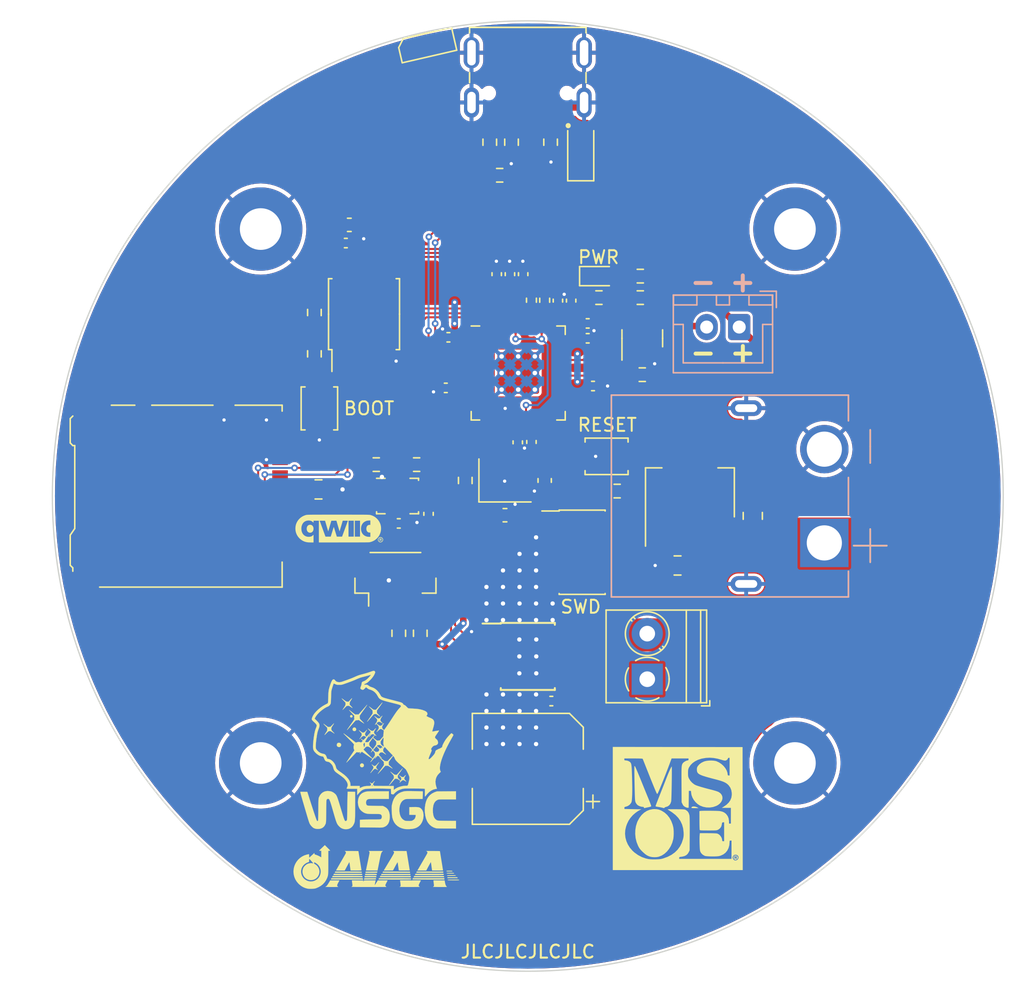
<source format=kicad_pcb>
(kicad_pcb (version 20211014) (generator pcbnew)
  (layers (0 "F.Cu" signal "Front") (31 "B.Cu" signal "Back") (34 "B.Paste" user) (35 "F.Paste" user) (36 "B.SilkS" user "B.Silkscreen") (37 "F.SilkS" user "F.Silkscreen") (38 "B.Mask" user) (39 "F.Mask" user) (44 "Edge.Cuts" user))
  (net 0 "")
  (net 1 "GND")
  (net 2 "+1V1")
  (net 3 "+3V3")
  (net 4 "VCC")
  (net 5 "Net-(C6-Pad2)")
  (net 6 "Net-(C5-Pad2)")
  (net 7 "VBUS")
  (net 8 "Net-(D2-Pad2)")
  (net 9 "/RGB_DIN")
  (net 10 "Net-(J2-Pad2)")
  (net 11 "Net-(J2-Pad4)")
  (net 14 "/~{RESET}")
  (net 16 "Net-(J1-PadA5)")
  (net 17 "/D+")
  (net 18 "/D-")
  (net 20 "Net-(J1-PadB5)")
  (net 22 "/I2C0_SDA")
  (net 23 "/I2C0_SCL")
  (net 24 "/SDIO_DAT3")
  (net 25 "/SDIO_CMD")
  (net 26 "/SDIO_CLK")
  (net 27 "/SDIO_DAT0")
  (net 28 "/I2C1_SDA")
  (net 29 "/I2C1_SCL")
  (net 30 "/SIREN")
  (net 31 "Net-(R8-Pad2)")
  (net 32 "Net-(R6-Pad2)")
  (net 33 "/BATT_ADC")
  (net 34 "/USB_DET")
  (net 35 "/USB+")
  (net 36 "/USB-")
  (net 39 "/MOTOR_PWM2")
  (net 40 "/MOTOR_PWM1")
  (net 42 "/IMU_INT")
  (net 53 "/SD_DET")
  (net 54 "Net-(J5-Pad2)")
  (net 55 "Net-(J7-Pad1)")
  (net 56 "Net-(J7-Pad2)")
  (net 58 "Net-(R7-Pad2)")
  (net 59 "Net-(U1-Pad2)")
  (net 60 "Net-(U1-Pad3)")
  (net 61 "Net-(U1-Pad5)")
  (net 62 "Net-(U1-Pad6)")
  (net 63 "Net-(U1-Pad7)")
  (footprint "Capacitor_SMD:C_0603_1608Metric" (layer "F.Cu") (at 153.69574 100.40476 90)
    (fp_text reference "C6")
    (fp_text value "27pF")
  )
  (footprint "Capacitor_SMD:C_0402_1005Metric" (layer "F.Cu") (at 157.4064 93.14976)
    (fp_text reference "C13")
    (fp_text value "100nF")
  )
  (footprint "Package_SO:Texas_HTSOP-8-1EP_3.9x4.9mm_P1.27mm_EP2.95x4.9mm_Mask2.4x3.1mm_ThermalVias" (layer "F.Cu") (at 152.4 113.919)
    (fp_text reference "U4")
    (fp_text value "DRV8870DDA")
  )
  (footprint "Package_TO_SOT_SMD:SOT-223-3_TabPin2" (layer "F.Cu") (at 164.846 101.346 90)
    (fp_text reference "U3")
    (fp_text value "NCP1117-3.3")
  )
  (footprint "Connector_Card:microSD_HC_Hirose_DM3AT-SF-PEJM5" (layer "F.Cu") (at 125.655 101.6 -90)
    (fp_text reference "J6")
    (fp_text value "DM3AT-SF-PEJM5")
  )
  (footprint "Resistor_SMD:R_0603_1608Metric" (layer "F.Cu") (at 161.1884 92.2782)
    (fp_text reference "R16")
    (fp_text value "10KΩ")
  )
  (footprint "Capacitor_SMD:C_0402_1005Metric" (layer "F.Cu") (at 150.01274 84.55776 90)
    (fp_text reference "C7")
    (fp_text value "100nF")
  )
  (footprint "SK6812B:SK6812B_Side" (layer "F.Cu") (at 144.717887 67.255817 -167)
    (fp_text reference "D3")
    (fp_text value "SK6812BSIDE")
  )
  (footprint "Diode_SMD:D_SOD-123F" (layer "F.Cu") (at 156.464 75.187 90)
    (fp_text reference "D1")
    (fp_text value "MBR120")
  )
  (footprint "Resistor_SMD:R_0603_1608Metric" (layer "F.Cu") (at 142.494 112.141 90)
    (fp_text reference "R12")
    (fp_text value "2.2KΩ")
  )
  (footprint "Resistor_SMD:R_0603_1608Metric" (layer "F.Cu") (at 161.036 84.709 180)
    (fp_text reference "R14")
    (fp_text value "47KΩ")
  )
  (footprint "DX07S016JA1R1500:DX07S016JA1R1500" (layer "F.Cu") (at 152.4 70.6505 180)
    (fp_text reference "J1")
    (fp_text value "DX07S016JA1R1500")
  )
  (footprint "Resistor_SMD:R_0603_1608Metric" (layer "F.Cu") (at 157.861 86.36)
    (fp_text reference "R9")
    (fp_text value "150Ω")
  )
  (footprint "Button_Switch_SMD:SW_SPST_B3U-1000P" (layer "F.Cu") (at 136.398 94.869 90)
    (fp_text reference "SW2")
    (fp_text value "BOOT")
  )
  (footprint "Silkscreen:AIAA" (layer "F.Cu") (at 140.9 130.1)
    (fp_text reference "G***" hide)
    (fp_text value "LOGO" hide)
  )
  (footprint "TerminalBlock_Phoenix:TerminalBlock_Phoenix_PT-1,5-2-3.5-H_1x02_P3.50mm_Horizontal" (layer "F.Cu") (at 161.544 113.919 90)
    (fp_text reference "J7")
    (fp_text value "XD-3420")
  )
  (footprint "Silkscreen:WSGC" (layer "F.Cu") (at 140.9 121.1)
    (fp_text reference "G***" hide)
    (fp_text value "LOGO" hide)
  )
  (footprint "Capacitor_SMD:C_0402_1005Metric" (layer "F.Cu") (at 151.02874 84.55776 90)
    (fp_text reference "C17")
    (fp_text value "100nF")
  )
  (footprint "Connector_PinHeader_1.27mm:PinHeader_2x05_P1.27mm_Vertical_SMD" (layer "F.Cu") (at 156.571684 105.918)
    (fp_text reference "J2")
    (fp_text value "SWD")
  )
  (footprint "Capacitor_SMD:C_0805_2012Metric" (layer "F.Cu") (at 136.332 101.092)
    (fp_text reference "C23")
    (fp_text value "10uF")
  )
  (footprint "Capacitor_SMD:C_0402_1005Metric" (layer "F.Cu") (at 152.04474 84.55776 90)
    (fp_text reference "C18")
    (fp_text value "100nF")
  )
  (footprint "Capacitor_SMD:C_0402_1005Metric" (layer "F.Cu") (at 154.71174 86.58976 90)
    (fp_text reference "C1")
    (fp_text value "1uF")
  )
  (footprint "Resistor_SMD:R_0402_1005Metric" (layer "F.Cu") (at 153.69574 86.56176 90)
    (fp_text reference "R10")
    (fp_text value "27Ω")
  )
  (footprint "Resistor_SMD:R_0402_1005Metric" (layer "F.Cu") (at 152.67974 86.55976 90)
    (fp_text reference "R11")
    (fp_text value "27Ω")
  )
  (footprint "Package_SO:SOIC-8_5.23x5.23mm_P1.27mm" (layer "F.Cu") (at 139.827 87.63 90)
    (fp_text reference "U1")
    (fp_text value "W25Q128JVS")
  )
  (footprint "Resistor_SMD:R_0603_1608Metric" (layer "F.Cu") (at 151.15 74.422 -90)
    (fp_text reference "R3")
    (fp_text value "5.1KΩ")
  )
  (footprint "Resistor_SMD:R_0603_1608Metric" (layer "F.Cu") (at 136.017 90.678 -90)
    (fp_text reference "R8")
    (fp_text value "1KΩ")
  )
  (footprint "Connector_JST:JST_SH_BM04B-SRSS-TB_1x04-1MP_P1.00mm_Vertical" (layer "F.Cu") (at 142.24 107.95)
    (fp_text reference "J4")
    (fp_text value "Qwiic")
  )
  (footprint "Resistor_SMD:R_0603_1608Metric" (layer "F.Cu") (at 159.258 101.219)
    (fp_text reference "R1")
    (fp_text value "10KΩ")
  )
  (footprint "RP2040:RP2040-QFN-56" (layer "F.Cu") (at 151.66374 92.14976)
    (fp_text reference "U2")
    (fp_text value "RP2040")
  )
  (footprint "Capacitor_SMD:C_0603_1608Metric" (layer "F.Cu") (at 150.64774 103.07176 180)
    (fp_text reference "C5")
    (fp_text value "27pF")
  )
  (footprint "MountingHole:MountingHole_3.2mm_M3_Pad" (layer "F.Cu") (at 172.906 81.094)
    (fp_text reference "H2")
    (fp_text value "M3")
  )
  (footprint "Package_LGA:LGA-14_3x2.5mm_P0.5mm_LayoutBorder3x4y" (layer "F.Cu") (at 142.4 101.6)
    (fp_text reference "U5")
    (fp_text value "LSM6DSO32")
  )
  (footprint "Capacitor_SMD:CP_Elec_8x6.5" (layer "F.Cu") (at 152.4 122.555 180)
    (fp_text reference "C20")
    (fp_text value "100uF")
  )
  (footprint "Capacitor_SMD:C_0805_2012Metric" (layer "F.Cu") (at 163.896 106.934 180)
    (fp_text reference "C14")
    (fp_text value "10uF")
  )
  (footprint "Capacitor_SMD:C_0402_1005Metric" (layer "F.Cu") (at 144.78 102.969 -90)
    (fp_text reference "C22")
    (fp_text value "100nF")
  )
  (footprint "Resistor_SMD:R_0603_1608Metric" (layer "F.Cu") (at 154.15 74.422 -90)
    (fp_text reference "R2")
    (fp_text value "5.1KΩ")
  )
  (footprint "MountingHole:MountingHole_3.2mm_M3_Pad" (layer "F.Cu") (at 131.894 81.094)
    (fp_text reference "H1")
    (fp_text value "M3")
  )
  (footprint "Resistor_SMD:R_0603_1608Metric" (layer "F.Cu") (at 149.479 74.422 -90)
    (fp_text reference "R4")
    (fp_text value "5.6KΩ")
  )
  (footprint "Silkscreen:Qwiic" (layer "F.Cu") (at 137.8712 104.0384)
    (fp_text reference "G***" hide)
    (fp_text value "LOGO" hide)
  )
  (footprint "MountingHole:MountingHole_3.2mm_M3_Pad" (layer "F.Cu") (at 172.906 122.106)
    (fp_text reference "H3")
    (fp_text value "M3")
  )
  (footprint "Resistor_SMD:R_0603_1608Metric" (layer "F.Cu") (at 147.59974 100.40476 90)
    (fp_text reference "R6")
    (fp_text value "1KΩ")
  )
  (footprint "Capacitor_SMD:C_0603_1608Metric" (layer "F.Cu") (at 138.697 80.772)
    (fp_text reference "C2")
    (fp_text value "2.2uF")
  )
  (footprint "Resistor_SMD:R_0603_1608Metric" (layer "F.Cu") (at 144.145 112.141 90)
    (fp_text reference "R13")
    (fp_text value "2.2KΩ")
  )
  (footprint "Resistor_SMD:R_0603_1608Metric" (layer "F.Cu") (at 143.8656 99.187 180)
    (fp_text reference "R18")
    (fp_text value "10KΩ")
  )
  (footprint "Resistor_SMD:R_0603_1608Metric" (layer "F.Cu") (at 140.7668 99.187)
    (fp_text reference "R17")
    (fp_text value "10KΩ")
  )
  (footprint "Capacitor_SMD:C_0402_1005Metric" (layer "F.Cu") (at 146.304 89.408 180)
    (fp_text reference "C9")
    (fp_text value "100nF")
  )
  (footprint "Capacitor_SMD:C_0402_1005Metric" (layer "F.Cu") (at 152.67974 97.44726 -90)
    (fp_text reference "C3")
    (fp_text value "100nF")
  )
  (footprint "Capacitor_SMD:C_0402_1005Metric" (layer "F.Cu") (at 154.206 117.348 180)
    (fp_text reference "C19")
    (fp_text value "100nF")
  )
  (footprint "Capacitor_SMD:C_0402_1005Metric" (layer "F.Cu") (at 155.72774 86.58976 90)
    (fp_text reference "C8")
    (fp_text value "1uF")
  )
  (footprint "Capacitor_SMD:C_0402_1005Metric" (layer "F.Cu") (at 156.99774 88.33976)
    (fp_text reference "C16")
    (fp_text value "100nF")
  )
  (footprint "Resistor_SMD:R_0603_1608Metric" (layer "F.Cu") (at 150.241 76.962)
    (fp_text reference "R5")
    (fp_text value "10KΩ")
  )
  (footprint "Silkscreen:MSOE" (layer "F.Cu") (at 163.9 125.6)
    (fp_text reference "G***")
    (fp_text value "LOGO" hide)
  )
  (footprint "MountingHole:MountingHole_3.2mm_M3_Pad" (layer "F.Cu") (at 131.894 122.106)
    (fp_text reference "H4")
    (fp_text value "M3")
  )
  (footprint "Crystal:Crystal_SMD_Abracon_ABM8G-4Pin_3.2x2.5mm" (layer "F.Cu") (at 150.64774 100.40476)
    (fp_text reference "Y1")
    (fp_text value "12MHz")
  )
  (footprint "Resistor_SMD:R_0603_1608Metric" (layer "F.Cu") (at 161.036 86.36)
    (fp_text reference "R15")
    (fp_text value "10KΩ")
  )
  (footprint "Package_TO_SOT_SMD:SOT-23" (layer "F.Cu") (at 161.1884 89.4842 90)
    (fp_text reference "Q1")
    (fp_text value "BSS138")
  )
  (footprint "Capacitor_SMD:C_0402_1005Metric" (layer "F.Cu") (at 151.62874 97.47526 -90)
    (fp_text reference "C12")
    (fp_text value "100nF")
  )
  (footprint "Capacitor_SMD:C_0402_1005Metric" (layer "F.Cu") (at 146.10374 93.29276 180)
    (fp_text reference "C10")
    (fp_text value "100nF")
  )
  (footprint "Button_Switch_SMD:SW_SPST_B3U-1000P" (layer "F.Cu") (at 158.447 98.552)
    (fp_text reference "SW1")
    (fp_text value "RESET")
  )
  (footprint "LED_SMD:LED_0603_1608Metric" (layer "F.Cu") (at 157.861 84.709)
    (fp_text reference "D2")
    (fp_text value "PWR")
  )
  (footprint "Capacitor_SMD:C_0402_1005Metric" (layer "F.Cu") (at 142.494 103.703)
    (fp_text reference "C21")
    (fp_text value "100nF")
  )
  (footprint "Capacitor_SMD:C_0402_1005Metric" (layer "F.Cu") (at 156.99774 89.48276)
    (fp_text reference "C15")
    (fp_text value "100nF")
  )
  (footprint "Capacitor_SMD:C_0805_2012Metric" (layer "F.Cu") (at 169.672 103.124 90)
    (fp_text reference "C11")
    (fp_text value "10uF")
  )
  (footprint "Resistor_SMD:R_0603_1608Metric" (layer "F.Cu") (at 136.017 87.503 -90)
    (fp_text reference "R7")
    (fp_text value "10KΩ")
  )
  (footprint "Capacitor_SMD:C_0402_1005Metric" (layer "F.Cu") (at 138.43 82.169)
    (fp_text reference "C4")
    (fp_text value "100nF")
  )
  (footprint "XT60PW-M:AMASS_XT60PW-M" (layer "B.Cu") (at 169.164 101.6 -90)
    (fp_text reference "J3")
    (fp_text value "LiPo 4s")
  )
  (footprint "Connector_JST:JST_XH_B2B-XH-A_1x02_P2.50mm_Vertical" (layer "B.Cu") (at 168.6306 88.6206 180)
    (fp_text reference "J5")
    (fp_text value "PS-562Q")
  )
  (gr_circle locked (center 152.4 101.6) (end 188.9 101.6) (layer "Edge.Cuts") (width 0.1) (fill none))
  (gr_text "- +" (at 167.3806 85.344 180) (layer "B.SilkS") (effects (font (size 1.524 1.524) (thickness 0.3048)) (justify mirror)))
  (gr_text "- +" (at 167.386 90.551) (layer "F.SilkS") (effects (font (size 1.524 1.524) (thickness 0.3048))))
  (gr_text "JLCJLCJLCJLC" (at 152.4 136.6) (layer "F.SilkS") (effects (font (size 1 1) (thickness 0.16))))
  (segment (start 151.13 76.073) (end 151.13 76.898) (width 0.508) (layer "F.Cu") (net 1))
  (segment (start 138.176 101.092) (end 137.282 101.092) (width 0.508) (layer "F.Cu") (net 1))
  (segment (start 145.854365 89.377635) (end 145.824 89.408) (width 0.508) (layer "F.Cu") (net 1))
  (segment (start 152.908 101.219) (end 151.7835 101.219) (width 0.508) (layer "F.Cu") (net 1))
  (segment (start 157.47774 89.48276) (end 157.47774 88.33976) (width 0.508) (layer "F.Cu") (net 1))
  (segment (start 155.72774 86.10976) (end 154.71174 86.10976) (width 0.508) (layer "F.Cu") (net 1))
  (segment (start 141.201482 101.74408) (end 141.2375 101.74408) (width 0.508) (layer "F.Cu") (net 1))
  (segment (start 156.345 71.7505) (end 156.72 71.3755) (width 0.508) (layer "F.Cu") (net 1))
  (segment (start 151.7835 101.219) (end 151.74774 101.25476) (width 0.508) (layer "F.Cu") (net 1))
  (segment (start 136.398 97.2929) (end 136.398 96.569) (width 0.508) (layer "F.Cu") (net 1))
  (segment (start 155.63 71.7505) (end 156.345 71.7505) (width 0.508) (layer "F.Cu") (net 1))
  (segment (start 141.7388 91.2368) (end 141.732 91.23) (width 0.508) (layer "F.Cu") (net 1))
  (segment (start 151.13 76.898) (end 151.066 76.962) (width 0.508) (layer "F.Cu") (net 1))
  (segment (start 145.62374 93.29276) (end 145.46724 93.29276) (width 0.508) (layer "F.Cu") (net 1))
  (segment (start 162.179 106.934) (end 162.946 106.934) (width 0.508) (layer "F.Cu") (net 1))
  (segment (start 152.146 97.917) (end 152.66948 97.917) (width 0.508) (layer "F.Cu") (net 1))
  (segment (start 162.1384 92.1532) (end 162.0134 92.2782) (width 0.508) (layer "F.Cu") (net 1))
  (segment (start 152.908 101.219) (end 153.6565 101.219) (width 0.508) (layer "F.Cu") (net 1))
  (segment (start 158.52366 93.14976) (end 157.8864 93.14976) (width 0.508) (layer "F.Cu") (net 1))
  (segment (start 154.178 75.946) (end 154.178 75.275) (width 0.508) (layer "F.Cu") (net 1))
  (segment (start 143.51 67.691) (end 143.383 67.564) (width 0.508) (layer "F.Cu") (net 1))
  (segment (start 142.2908 91.2368) (end 141.7388 91.2368) (width 0.508) (layer "F.Cu") (net 1))
  (segment (start 141.74 109.275) (end 141.74 108.085) (width 0.508) (layer "F.Cu") (net 1))
  (segment (start 151.41976 101.25476) (end 150.622 100.457) (width 0.508) (layer "F.Cu") (net 1))
  (segment (start 145.46724 93.29276) (end 145.161 93.599) (width 0.508) (layer "F.Cu") (net 1))
  (segment (start 162.1384 90.4217) (end 162.1384 92.1532) (width 0.508) (layer "F.Cu") (net 1))
  (segment (start 149.54774 99.55476) (end 149.751411 99.55476) (width 0.508) (layer "F.Cu") (net 1))
  (segment (start 151.13 75.267) (end 151.15 75.247) (width 0.508) (layer "F.Cu") (net 1))
  (segment (start 151.74774 101.25476) (end 151.41976 101.25476) (width 0.508) (layer "F.Cu") (net 1))
  (segment (start 152.146 97.917) (end 151.667 97.917) (width 0.508) (layer "F.Cu") (net 1))
  (segment (start 151.13 76.073) (end 151.13 75.267) (width 0.508) (layer "F.Cu") (net 1))
  (segment (start 151.42274 101.57976) (end 151.74774 101.25476) (width 0.508) (layer "F.Cu") (net 1))
  (segment (start 151.667 97.917) (end 151.62874 97.95526) (width 0.508) (layer "F.Cu") (net 1))
  (segment (start 141.74 108.085) (end 141.732 108.077) (width 0.508) (layer "F.Cu") (net 1))
  (segment (start 149.751411 99.55476) (end 150.653651 100.457) (width 0.508) (layer "F.Cu") (net 1))
  (segment (start 153.6565 101.219) (end 153.69574 101.17976) (width 0.508) (layer "F.Cu") (net 1))
  (segment (start 151.42274 103.07176) (end 151.42274 101.57976) (width 0.508) (layer "F.Cu") (net 1))
  (segment (start 152.66948 97.917) (end 152.67974 97.92726) (width 0.508) (layer "F.Cu") (net 1))
  (segment (start 145.854365 88.767997) (end 145.854365 89.377635) (width 0.508) (layer "F.Cu") (net 1))
  (segment (start 154.178 75.275) (end 154.15 75.247) (width 0.508) (layer "F.Cu") (net 1))
  (segment (start 150.66374 95.58726) (end 150.66374 94.869) (width 0.1524) (layer "F.Cu") (net 1))
  (segment (start 141.201482 100.130227) (end 141.201482 101.74408) (width 0.508) (layer "F.Cu") (net 1))
  (segment (start 157.607 98.552) (end 156.747 98.552) (width 0.508) (layer "F.Cu") (net 1))
  (via (at 143.891 103.632) (size 0.508) (drill 0.254) (layers "F.Cu" "B.Cu") (net 1))
  (via (at 153.035 111.125) (size 0.6858) (drill 0.3302) (layers "F.Cu" "B.Cu") (net 1))
  (via (at 136.398 97.2929) (size 0.508) (drill 0.254) (layers "F.Cu" "B.Cu") (net 1))
  (via (at 149.225 116.84) (size 0.6858) (drill 0.3302) (layers "F.Cu" "B.Cu") (net 1))
  (via (at 132.334 95.758) (size 0.508) (drill 0.254) (layers "F.Cu" "B.Cu") (net 1))
  (via (at 150.495 108.585) (size 0.6858) (drill 0.3302) (layers "F.Cu" "B.Cu") (net 1))
  (via (at 153.035 107.315) (size 0.6858) (drill 0.3302) (layers "F.Cu" "B.Cu") (net 1))
  (via (at 151.13 76.073) (size 0.508) (drill 0.254) (layers "F.Cu" "B.Cu") (net 1))
  (via (at 149.225 120.65) (size 0.6858) (drill 0.3302) (layers "F.Cu" "B.Cu") (net 1))
  (via (at 150.622 100.457) (size 0.508) (drill 0.254) (layers "F.Cu" "B.Cu") (net 1))
  (via (at 142.2908 91.2368) (size 0.508) (drill 0.254) (layers "F.Cu" "B.Cu") (net 1))
  (via (at 150.495 111.125) (size 0.6858) (drill 0.3302) (layers "F.Cu" "B.Cu") (net 1))
  (via (at 154.178 75.946) (size 0.508) (drill 0.254) (layers "F.Cu" "B.Cu") (net 1))
  (via (at 153.035 120.65) (size 0.6858) (drill 0.3302) (layers "F.Cu" "B.Cu") (net 1))
  (via (at 150.66374 94.869) (size 0.508) (drill 0.254) (layers "F.Cu" "B.Cu") (net 1))
  (via (at 154.305 109.855) (size 0.6858) (drill 0.3302) (layers "F.Cu" "B.Cu") (net 1))
  (via (at 157.607 98.552) (size 0.508) (drill 0.254) (layers "F.Cu" "B.Cu") (net 1))
  (via (at 150.495 107.315) (size 0.6858) (drill 0.3302) (layers "F.Cu" "B.Cu") (net 1))
  (via (at 138.176 101.092) (size 0.6858) (drill 0.3302) (layers "F.Cu" "B.Cu") (net 1))
  (via (at 151.765 109.855) (size 0.6858) (drill 0.3302) (layers "F.Cu" "B.Cu") (net 1))
  (via (at 150.495 118.11) (size 0.6858) (drill 0.3302) (layers "F.Cu" "B.Cu") (net 1))
  (via (at 151.765 107.315) (size 0.6858) (drill 0.3302) (layers "F.Cu" "B.Cu") (net 1))
  (via (at 145.161 93.599) (size 0.508) (drill 0.254) (layers "F.Cu" "B.Cu") (net 1))
  (via (at 149.225 109.855) (size 0.6858) (drill 0.3302) (layers "F.Cu" "B.Cu") (net 1))
  (via (at 129.08 95.758) (size 0.508) (drill 0.254) (layers "F.Cu" "B.Cu") (net 1))
  (via (at 155.194 86.106) (size 0.508) (drill 0.254) (layers "F.Cu" "B.Cu") (net 1))
  (via (at 139.8016 81.8388) (size 0.508) (drill 0.254) (layers "F.Cu" "B.Cu") (net 1))
  (via (at 152.146 97.917) (size 0.508) (drill 0.254) (layers "F.Cu" "B.Cu") (net 1))
  (via (at 152.019 83.566) (size 0.508) (drill 0.254) (layers "F.Cu" "B.Cu") (net 1))
  (via (at 145.854365 88.767997) (size 0.508) (drill 0.254) (layers "F.Cu" "B.Cu") (net 1))
  (via (at 151.765 120.65) (size 0.6858) (drill 0.3302) (layers "F.Cu" "B.Cu") (net 1))
  (via (at 151.765 118.11) (size 0.6858) (drill 0.3302) (layers "F.Cu" "B.Cu") (net 1))
  (via (at 153.035 118.11) (size 0.6858) (drill 0.3302) (layers "F.Cu" "B.Cu") (net 1))
  (via (at 153.035 106.045) (size 0.6858) (drill 0.3302) (layers "F.Cu" "B.Cu") (net 1))
  (via (at 152.908 101.219) (size 0.508) (drill 0.254) (layers "F.Cu" "B.Cu") (net 1))
  (via (at 149.225 108.585) (size 0.6858) (drill 0.3302) (layers "F.Cu" "B.Cu") (net 1))
  (via (at 153.035 104.775) (size 0.6858) (drill 0.3302) (layers "F.Cu" "B.Cu") (net 1))
  (via (at 162.1384 91.44) (size 0.508) (drill 0.254) (layers "F.Cu" "B.Cu") (net 1))
  (via (at 141.201482 100.130227) (size 0.6858) (drill 0.3302) (layers "F.Cu" "B.Cu") (net 1))
  (via (at 153.035 116.84) (size 0.6858) (drill 0.3302) (layers "F.Cu" "B.Cu") (net 1))
  (via (at 151.765 111.125) (size 0.6858) (drill 0.3302) (layers "F.Cu" "B.Cu") (net 1))
  (via (at 154.305 111.125) (size 0.6858) (drill 0.3302) (layers "F.Cu" "B.Cu") (net 1))
  (via (at 150.495 116.84) (size 0.6858) (drill 0.3302) (layers "F.Cu" "B.Cu") (net 1))
  (via (at 151.003 83.566) (size 0.508) (drill 0.254) (layers "F.Cu" "B.Cu") (net 1))
  (via (at 151.765 116.84) (size 0.6858) (drill 0.3302) (layers "F.Cu" "B.Cu") (net 1))
  (via (at 141.732 108.077) (size 0.6858) (drill 0.3302) (layers "F.Cu" "B.Cu") (net 1))
  (via (at 151.765 106.045) (size 0.6858) (drill 0.3302) (layers "F.Cu" "B.Cu") (net 1))
  (via (at 153.035 109.855) (size 0.6858) (drill 0.3302) (layers "F.Cu" "B.Cu") (net 1))
  (via (at 162.179 106.934) (size 0.508) (drill 0.254) (layers "F.Cu" "B.Cu") (net 1))
  (via (at 153.035 108.585) (size 0.6858) (drill 0.3302) (layers "F.Cu" "B.Cu") (net 1))
  (via (at 150.495 119.38) (size 0.6858) (drill 0.3302) (layers "F.Cu" "B.Cu") (net 1))
  (via (at 151.765 108.585) (size 0.6858) (drill 0.3302) (layers "F.Cu" "B.Cu") (net 1))
  (via (at 158.52366 93.14976) (size 0.508) (drill 0.254) (layers "F.Cu" "B.Cu") (net 1))
  (via (at 149.225 118.11) (size 0.6858) (drill 0.3302) (layers "F.Cu" "B.Cu") (net 1))
  (via (at 151.42274 102.235) (size 0.508) (drill 0.254) (layers "F.Cu" "B.Cu") (net 1))
  (via (at 153.035 119.38) (size 0.6858) (drill 0.3302) (layers "F.Cu" "B.Cu") (net 1))
  (via (at 132.334 98.806) (size 0.508) (drill 0.254) (layers "F.Cu" "B.Cu") (net 1))
  (via (at 157.48 88.9) (size 0.508) (drill 0.254) (layers "F.Cu" "B.Cu") (net 1))
  (via (at 150.495 109.855) (size 0.6858) (drill 0.3302) (layers "F.Cu" "B.Cu") (net 1))
  (via (at 148.082 112.014) (size 0.508) (drill 0.254) (layers "F.Cu" "B.Cu") (net 1))
  (via (at 149.225 111.125) (size 0.6858) (drill 0.3302) (layers "F.Cu" "B.Cu") (net 1))
  (via (at 149.225 119.38) (size 0.6858) (drill 0.3302) (layers "F.Cu" "B.Cu") (net 1))
  (via (at 151.765 119.38) (size 0.6858) (drill 0.3302) (layers "F.Cu" "B.Cu") (net 1))
  (via (at 150.495 120.65) (size 0.6858) (drill 0.3302) (layers "F.Cu" "B.Cu") (net 1))
  (via (at 149.987 83.566) (size 0.508) (drill 0.254) (layers "F.Cu" "B.Cu") (net 1))
  (segment (start 153.46374 88.71226) (end 153.46374 89.535) (width 0.1524) (layer "F.Cu") (net 2))
  (segment (start 153.46374 88.71226) (end 153.46374 88.281439) (width 0.1524) (layer "F.Cu") (net 2))
  (segment (start 152.26374 96.55126) (end 152.67974 96.96726) (width 0.1524) (layer "F.Cu") (net 2))
  (segment (start 153.46374 88.281439) (end 154.675419 87.06976) (width 0.1524) (layer "F.Cu") (net 2))
  (segment (start 150.01274 86.38574) (end 151.46374 87.83674) (width 0.1524) (layer "F.Cu") (net 2))
  (segment (start 150.01274 85.03776) (end 150.01274 86.38574) (width 0.1524) (layer "F.Cu") (net 2))
  (segment (start 154.675419 87.06976) (end 154.71174 87.06976) (width 0.1524) (layer "F.Cu") (net 2))
  (segment (start 151.46374 87.83674) (end 151.46374 88.71226) (width 0.1524) (layer "F.Cu") (net 2))
  (segment (start 152.26374 95.58726) (end 152.26374 94.75126) (width 0.1524) (layer "F.Cu") (net 2))
  (segment (start 151.46374 88.71226) (end 151.46374 89.535) (width 0.1524) (layer "F.Cu") (net 2))
  (segment (start 152.26374 95.58726) (end 152.26374 96.55126) (width 0.1524) (layer "F.Cu") (net 2))
  (segment (start 152.26374 94.75126) (end 152.4 94.615) (width 0.1524) (layer "F.Cu") (net 2))
  (via (at 151.46374 89.535) (size 0.508) (drill 0.254) (layers "F.Cu" "B.Cu") (net 2))
  (via (at 153.46374 89.535) (size 0.508) (drill 0.254) (layers "F.Cu" "B.Cu") (net 2))
  (via (at 152.26374 94.615) (size 0.508) (drill 0.254) (layers "F.Cu" "B.Cu") (net 2))
  (segment (start 152.4 94.615) (end 153.162 94.615) (width 0.1524) (layer "B.Cu") (net 2))
  (segment (start 153.924 93.853) (end 153.924 89.99526) (width 0.1524) (layer "B.Cu") (net 2))
  (segment (start 151.46374 89.535) (end 153.46374 89.535) (width 0.1524) (layer "B.Cu") (net 2))
  (segment (start 153.924 89.99526) (end 153.46374 89.535) (width 0.1524) (layer "B.Cu") (net 2))
  (segment (start 153.162 94.615) (end 153.924 93.853) (width 0.1524) (layer "B.Cu") (net 2))
  (segment (start 157.409862 109.728) (end 157.861 109.728) (width 0.508) (layer "F.Cu") (net 3))
  (segment (start 145.826 112.975) (end 142.503 112.975) (width 0.508) (layer "F.Cu") (net 3))
  (segment (start 156.845 104.489494) (end 156.845 109.163138) (width 0.508) (layer "F.Cu") (net 3))
  (segment (start 164.846 106.934) (end 164.846 104.496) (width 0.508) (layer "F.Cu") (net 3))
  (segment (start 145.195328 73.498672) (end 145.195328 67.145591) (width 0.254) (layer "F.Cu") (net 3))
  (segment (start 140.74 109.275) (end 140.74 111.212) (width 0.508) (layer "F.Cu") (net 3))
  (segment (start 146.784 89.408) (end 146.784 88.380743) (width 0.508) (layer "F.Cu") (net 3))
  (segment (start 162.306 109.728) (end 164.846 107.188) (width 0.508) (layer "F.Cu") (net 3))
  (segment (start 156.845 109.163138) (end 157.409862 109.728) (width 0.508) (layer "F.Cu") (net 3))
  (segment (start 147.447 108.844684) (end 152.913684 103.378) (width 0.508) (layer "F.Cu") (net 3))
  (segment (start 154.621684 103.378) (end 155.733506 103.378) (width 0.508) (layer "F.Cu") (net 3))
  (segment (start 152.913684 103.378) (end 154.621684 103.378) (width 0.508) (layer "F.Cu") (net 3))
  (segment (start 140.74 111.212) (end 142.494 112.966) (width 0.508) (layer "F.Cu") (net 3))
  (segment (start 157.861 109.728) (end 162.306 109.728) (width 0.508) (layer "F.Cu") (net 3))
  (segment (start 147.447 111.379) (end 147.447 108.844684) (width 0.508) (layer "F.Cu") (net 3))
  (segment (start 137.922 80.772) (end 145.195328 73.498672) (width 0.254) (layer "F.Cu") (net 3))
  (segment (start 148.675 115.824) (end 145.826 112.975) (width 0.508) (layer "F.Cu") (net 3))
  (segment (start 133.38 101.075) (end 135.365 101.075) (width 0.508) (layer "F.Cu") (net 3))
  (segment (start 140.74 109.275) (end 140.74 103.735) (width 0.508) (layer "F.Cu") (net 3))
  (segment (start 149.525 115.824) (end 148.675 115.824) (width 0.508) (layer "F.Cu") (net 3))
  (segment (start 155.733506 103.378) (end 156.845 104.489494) (width 0.508) (layer "F.Cu") (net 3))
  (segment (start 135.365 101.075) (end 135.382 101.092) (width 0.508) (layer "F.Cu") (net 3))
  (segment (start 164.846 107.188) (end 164.846 106.934) (width 0.508) (layer "F.Cu") (net 3))
  (segment (start 142.503 112.975) (end 142.494 112.966) (width 0.508) (layer "F.Cu") (net 3))
  (via (at 156.21 90.66766) (size 0.508) (drill 0.254) (layers "F.Cu" "B.Cu") (net 3))
  (via (at 145.826 112.975) (size 0.508) (drill 0.254) (layers "F.Cu" "B.Cu") (net 3))
  (via (at 147.447 111.379) (size 0.508) (drill 0.254) (layers "F.Cu" "B.Cu") (net 3))
  (via (at 146.784 86.71466) (size 0.508) (drill 0.254) (layers "F.Cu" "B.Cu") (net 3))
  (via (at 146.784 88.352743) (size 0.508) (drill 0.254) (layers "F.Cu" "B.Cu") (net 3))
  (via (at 156.21 92.83186) (size 0.508) (drill 0.254) (layers "F.Cu" "B.Cu") (net 3))
  (segment (start 145.826 112.975) (end 145.851 112.975) (width 0.508) (layer "B.Cu") (net 3))
  (segment (start 146.784 88.352743) (end 146.784 86.71466) (width 0.508) (layer "B.Cu") (net 3))
  (segment (start 145.851 112.975) (end 147.447 111.379) (width 0.508) (layer "B.Cu") (net 3))
  (segment (start 156.21 92.83186) (end 156.21 90.66766) (width 0.508) (layer "B.Cu") (net 3))
  (segment (start 173.0688 105.2) (end 171.5008 103.632) (width 0.508) (layer "F.Cu") (net 4))
  (segment (start 168.6306 88.6206) (end 164.719 84.709) (width 0.508) (layer "F.Cu") (net 4))
  (segment (start 175.164 105.2) (end 173.0688 105.2) (width 0.508) (layer "F.Cu") (net 4))
  (segment (start 171.5008 91.4908) (end 171.5008 103.632) (width 0.508) (layer "F.Cu") (net 4))
  (segment (start 164.719 84.709) (end 161.861 84.709) (width 0.508) (layer "F.Cu") (net 4))
  (segment (start 168.6306 88.6206) (end 171.5008 91.4908) (width 0.508) (layer "F.Cu") (net 4))
  (segment (start 156.464 76.587) (end 156.464 79.312) (width 0.508) (layer "F.Cu") (net 4))
  (segment (start 156.464 79.312) (end 161.861 84.709) (width 0.508) (layer "F.Cu") (net 4))
  (segment (start 153.62074 99.55476) (end 151.74774 99.55476) (width 0.1524) (layer "F.Cu") (net 5))
  (segment (start 151.09062 98.89764) (end 151.74774 99.55476) (width 0.1524) (layer "F.Cu") (net 5))
  (segment (start 151.09062 96.70278) (end 151.09062 98.89764) (width 0.1524) (layer "F.Cu") (net 5))
  (segment (start 151.46374 95.58726) (end 151.46374 96.32966) (width 0.1524) (layer "F.Cu") (net 5))
  (segment (start 151.46374 96.32966) (end 151.09062 96.70278) (width 0.1524) (layer "F.Cu") (net 5))
  (segment (start 149.55554 101.29376) (end 147.66274 101.29376) (width 0.1524) (layer "F.Cu") (net 6))
  (segment (start 149.88574 103.18576) (end 149.88574 101.62396) (width 0.1524) (layer "F.Cu") (net 6))
  (segment (start 149.88574 101.62396) (end 149.55554 101.29376) (width 0.1524) (layer "F.Cu") (net 6))
  (segment (start 149.987 73.089) (end 149.987 71.771589) (width 0.508) (layer "F.Cu") (net 7))
  (segment (start 149.479 73.597) (end 149.987 73.089) (width 0.508) (layer "F.Cu") (net 7))
  (segment (start 158.686 86.36) (end 158.686 84.7465) (width 0.1524) (layer "F.Cu") (net 8))
  (segment (start 158.686 84.7465) (end 158.6485 84.709) (width 0.1524) (layer "F.Cu") (net 8))
  (segment (start 146.291495 80.208353) (end 146.291495 66.892521) (width 0.1524) (layer "F.Cu") (net 9))
  (segment (start 144.78 88.9) (end 144.78 89.624973) (width 0.1524) (layer "F.Cu") (net 9))
  (segment (start 144.78 89.624973) (end 145.904787 90.74976) (width 0.1524) (layer "F.Cu") (net 9))
  (segment (start 145.904787 90.74976) (end 148.22624 90.74976) (width 0.1524) (layer "F.Cu") (net 9))
  (segment (start 146.291495 80.208353) (end 144.806193 81.693655) (width 0.1524) (layer "F.Cu") (net 9))
  (via (at 144.806193 81.693655) (size 0.508) (drill 0.254) (layers "F.Cu" "B.Cu") (net 9))
  (via (at 144.78 88.9) (size 0.508) (drill 0.254) (layers "F.Cu" "B.Cu") (net 9))
  (segment (start 144.78 88.9) (end 144.78 81.719848) (width 0.1524) (layer "B.Cu") (net 9))
  (segment (start 144.78 81.719848) (end 144.806193 81.693655) (width 0.1524) (layer "B.Cu") (net 9))
  (segment (start 157.058263 103.378) (end 155.01606 101.335797) (width 0.1524) (layer "F.Cu") (net 10))
  (segment (start 155.01606 98.040653) (end 153.950454 96.975046) (width 0.1524) (layer "F.Cu") (net 10))
  (segment (start 155.01606 101.335797) (end 155.01606 98.040653) (width 0.1524) (layer "F.Cu") (net 10))
  (segment (start 153.06374 95.58726) (end 153.06374 96.088333) (width 0.1524) (layer "F.Cu") (net 10))
  (segment (start 153.06374 96.088333) (end 153.950454 96.975046) (width 0.1524) (layer "F.Cu") (net 10))
  (segment (start 158.521684 103.378) (end 157.058263 103.378) (width 0.1524) (layer "F.Cu") (net 10))
  (segment (start 154.71174 101.461851) (end 157.897889 104.648) (width 0.1524) (layer "F.Cu") (net 11))
  (segment (start 154.71174 98.166706) (end 154.71174 101.461851) (width 0.1524) (layer "F.Cu") (net 11))
  (segment (start 152.75942 96.214387) (end 153.163767 96.618733) (width 0.1524) (layer "F.Cu") (net 11))
  (segment (start 152.66374 96.118706) (end 152.75942 96.214387) (width 0.1524) (layer "F.Cu") (net 11))
  (segment (start 153.163767 96.618733) (end 154.71174 98.166706) (width 0.1524) (layer "F.Cu") (net 11))
  (segment (start 152.66374 95.58726) (end 152.66374 96.118706) (width 0.1524) (layer "F.Cu") (net 11))
  (segment (start 157.897889 104.648) (end 158.521684 104.648) (width 0.1524) (layer "F.Cu") (net 11))
  (segment (start 158.433 100.266) (end 160.147 98.552) (width 0.1524) (layer "F.Cu") (net 14))
  (segment (start 155.32038 97.9146) (end 155.32038 98.42562) (width 0.1524) (layer "F.Cu") (net 14))
  (segment (start 159.473368 108.458) (end 160.127684 107.803684) (width 0.1524) (layer "F.Cu") (net 14))
  (segment (start 157.036 102.616) (end 156.972 102.616) (width 0.1524) (layer "F.Cu") (net 14))
  (segment (start 160.127684 107.803684) (end 160.127684 102.957778) (width 0.1524) (layer "F.Cu") (net 14))
  (segment (start 153.46374 95.58726) (end 153.46374 96.057959) (width 0.1524) (layer "F.Cu") (net 14))
  (segment (start 158.433 101.219) (end 158.433 100.266) (width 0.1524) (layer "F.Cu") (net 14))
  (segment (start 156.972 102.616) (end 156.726637 102.616) (width 0.1524) (layer "F.Cu") (net 14))
  (segment (start 158.521684 108.458) (end 159.473368 108.458) (width 0.1524) (layer "F.Cu") (net 14))
  (segment (start 159.785906 102.616) (end 156.972 102.616) (width 0.1524) (layer "F.Cu") (net 14))
  (segment (start 155.32038 101.209743) (end 155.32038 98.42562) (width 0.1524) (layer "F.Cu") (net 14))
  (segment (start 156.726637 102.616) (end 155.32038 101.209743) (width 0.1524) (layer "F.Cu") (net 14))
  (segment (start 160.029953 102.860047) (end 159.785906 102.616) (width 0.1524) (layer "F.Cu") (net 14))
  (segment (start 153.492541 96.08676) (end 155.32038 97.9146) (width 0.1524) (layer "F.Cu") (net 14))
  (segment (start 160.127684 102.957778) (end 160.029953 102.860047) (width 0.1524) (layer "F.Cu") (net 14))
  (segment (start 158.433 101.219) (end 157.036 102.616) (width 0.1524) (layer "F.Cu") (net 14))
  (segment (start 154.15 71.7505) (end 154.15 73.597) (width 0.1524) (layer "F.Cu") (net 16))
  (segment (start 152.66374 88.71226) (end 152.66374 87.08576) (width 0.1524) (layer "F.Cu") (net 17))
  (segment (start 152.66374 87.08576) (end 152.67974 87.06976) (width 0.1524) (layer "F.Cu") (net 17))
  (segment (start 153.06374 87.70376) (end 153.69574 87.07176) (width 0.1524) (layer "F.Cu") (net 18))
  (segment (start 153.06374 88.71226) (end 153.06374 87.70376) (width 0.1524) (layer "F.Cu") (net 18))
  (segment (start 151.15 71.7505) (end 151.15 73.597) (width 0.1524) (layer "F.Cu") (net 20))
  (segment (start 142.74 111.07) (end 142.494 111.316) (width 0.1524) (layer "F.Cu") (net 22))
  (segment (start 142.74 109.275) (end 142.74 111.07) (width 0.1524) (layer "F.Cu") (net 22))
  (segment (start 142.74 106.942) (end 145.89904 103.78296) (width 0.1524) (layer "F.Cu") (net 22))
  (segment (start 145.89904 103.78296) (end 145.89904 98.68184) (width 0.1524) (layer "F.Cu") (net 22))
  (segment (start 145.89904 98.68184) (end 146.725706 97.855173) (width 0.1524) (layer "F.Cu") (net 22))
  (segment (start 149.06374 96.152138) (end 149.06374 95.58726) (width 0.1524) (layer "F.Cu") (net 22))
  (segment (start 146.725706 97.855173) (end 147.360705 97.855173) (width 0.1524) (layer "F.Cu") (net 22))
  (segment (start 147.360705 97.855173) (end 149.06374 96.152138) (width 0.1524) (layer "F.Cu") (net 22))
  (segment (start 142.74 109.275) (end 142.74 106.942) (width 0.1524) (layer "F.Cu") (net 22))
  (segment (start 143.74 109.275) (end 143.74 106.373837) (width 0.1524) (layer "F.Cu") (net 23))
  (segment (start 147.486759 98.159493) (end 146.85176 98.159493) (width 0.1524) (layer "F.Cu") (net 23))
  (segment (start 146.20336 98.807894) (end 146.318127 98.693127) (width 0.1524) (layer "F.Cu") (net 23))
  (segment (start 143.74 106.373837) (end 146.20336 103.910477) (width 0.1524) (layer "F.Cu") (net 23))
  (segment (start 149.46374 95.58726) (end 149.46374 96.182512) (width 0.1524) (layer "F.Cu") (net 23))
  (segment (start 143.74 110.911) (end 144.145 111.316) (width 0.1524) (layer "F.Cu") (net 23))
  (segment (start 146.85176 98.159493) (end 146.318127 98.693127) (width 0.1524) (layer "F.Cu") (net 23))
  (segment (start 149.46374 96.182512) (end 147.486759 98.159493) (width 0.1524) (layer "F.Cu") (net 23))
  (segment (start 146.318127 98.693127) (end 146.20336 98.807893) (width 0.1524) (layer "F.Cu") (net 23))
  (segment (start 146.20336 103.910477) (end 146.20336 98.807894) (width 0.1524) (layer "F.Cu") (net 23))
  (segment (start 143.74 109.275) (end 143.74 110.911) (width 0.1524) (layer "F.Cu") (net 23))
  (segment (start 137.696254 99.441) (end 145.187493 91.94976) (width 0.1524) (layer "F.Cu") (net 24))
  (segment (start 131.699 102.235) (end 132.739 103.275) (width 0.1524) (layer "F.Cu") (net 24))
  (segment (start 132.739 103.275) (end 133.38 103.275) (width 0.1524) (layer "F.Cu") (net 24))
  (segment (start 131.699 99.441) (end 131.699 102.235) (width 0.1524) (layer "F.Cu") (net 24))
  (segment (start 134.493 99.441) (end 137.696254 99.441) (width 0.1524) (layer "F.Cu") (net 24))
  (segment (start 145.187493 91.94976) (end 148.22624 91.94976) (width 0.1524) (layer "F.Cu") (net 24))
  (via (at 131.699 99.441) (size 0.508) (drill 0.254) (layers "F.Cu" "B.Cu") (net 24))
  (via (at 134.493 99.441) (size 0.508) (drill 0.254) (layers "F.Cu" "B.Cu") (net 24))
  (segment (start 134.493 99.441) (end 131.699 99.441) (width 0.1524) (layer "B.Cu") (net 24))
  (segment (start 138.557 99.441) (end 145.24336 92.75464) (width 0.1524) (layer "F.Cu") (net 25))
  (segment (start 138.557 99.949) (end 138.557 99.441) (width 0.1524) (layer "F.Cu") (net 25))
  (segment (start 132.207 101.854) (end 132.207 99.949) (width 0.1524) (layer "F.Cu") (net 25))
  (segment (start 133.38 102.175) (end 132.528 102.175) (width 0.1524) (layer "F.Cu") (net 25))
  (segment (start 132.528 102.175) (end 132.207 101.854) (width 0.1524) (layer "F.Cu") (net 25))
  (segment (start 145.24336 92.75464) (end 148.22136 92.75464) (width 0.1524) (layer "F.Cu") (net 25))
  (via (at 138.557 99.949) (size 0.508) (drill 0.254) (layers "F.Cu" "B.Cu") (net 25))
  (via (at 132.207 99.949) (size 0.508) (drill 0.254) (layers "F.Cu" "B.Cu") (net 25))
  (segment (start 138.557 99.949) (end 132.207 99.949) (width 0.1524) (layer "B.Cu") (net 25))
  (segment (start 137.592627 99.975) (end 133.38 99.975) (width 0.1524) (layer "F.Cu") (net 26))
  (segment (start 144.93904 92.628587) (end 137.592627 99.975) (width 0.1524) (layer "F.Cu") (net 26))
  (segment (start 148.22624 92.34976) (end 145.217866 92.34976) (width 0.1524) (layer "F.Cu") (net 26))
  (segment (start 145.217866 92.34976) (end 144.93904 92.628587) (width 0.1524) (layer "F.Cu") (net 26))
  (segment (start 148.22624 91.54976) (end 145.15712 91.54976) (width 0.1524) (layer "F.Cu") (net 27))
  (segment (start 145.15712 91.54976) (end 138.93188 97.775) (width 0.1524) (layer "F.Cu") (net 27))
  (segment (start 138.93188 97.775) (end 133.38 97.775) (width 0.1524) (layer "F.Cu") (net 27))
  (segment (start 141.9 100.6875) (end 141.9 99.4952) (width 0.1524) (layer "F.Cu") (net 28))
  (segment (start 141.9 99.4952) (end 141.5918 99.187) (width 0.1524) (layer "F.Cu") (net 28))
  (segment (start 146.42904 94.34976) (end 141.5918 99.187) (width 0.1524) (layer "F.Cu") (net 28))
  (segment (start 148.22624 94.34976) (end 146.42904 94.34976) (width 0.1524) (layer "F.Cu") (net 28))
  (segment (start 141.9 99.419) (end 141.668 99.187) (width 0.1524) (layer "F.Cu") (net 28))
  (segment (start 148.22624 94.74976) (end 146.506888 94.74976) (width 0.1524) (layer "F.Cu") (net 29))
  (segment (start 143.0406 99.187) (end 142.4 99.8276) (width 0.1524) (layer "F.Cu") (net 29))
  (segment (start 143.0406 99.187) (end 143.0406 98.216048) (width 0.1524) (layer "F.Cu") (net 29))
  (segment (start 143.0406 98.216048) (end 146.506888 94.74976) (width 0.1524) (layer "F.Cu") (net 29))
  (segment (start 142.4 99.8276) (end 142.4 100.6875) (width 0.1524) (layer "F.Cu") (net 29))
  (segment (start 160.29184 92.34976) (end 160.3634 92.2782) (width 0.1524) (layer "F.Cu") (net 30))
  (segment (start 160.2384 90.4217) (end 160.2384 92.1532) (width 0.1524) (layer "F.Cu") (net 30))
  (segment (start 155.10124 92.34976) (end 160.29184 92.34976) (width 0.1524) (layer "F.Cu") (net 30))
  (segment (start 160.2384 92.1532) (end 160.3634 92.2782) (width 0.1524) (layer "F.Cu") (net 30))
  (segment (start 136.017 93.091) (end 136.017 91.503) (width 0.1524) (layer "F.Cu") (net 31))
  (segment (start 147.783266 99.57976) (end 147.59974 99.57976) (width 0.1524) (layer "F.Cu") (net 32))
  (segment (start 151.06374 95.58726) (end 151.06374 96.299286) (width 0.1524) (layer "F.Cu") (net 32))
  (segment (start 151.06374 96.299286) (end 147.783266 99.57976) (width 0.1524) (layer "F.Cu") (net 32))
  (segment (start 160.211 86.36) (end 160.211 87.5801) (width 0.1524) (layer "F.Cu") (net 33))
  (segment (start 160.211 87.5801) (end 156.64134 91.14976) (width 0.1524) (layer "F.Cu") (net 33))
  (segment (start 160.211 86.36) (end 160.211 84.709) (width 0.1524) (layer "F.Cu") (net 33))
  (segment (start 156.64134 91.14976) (end 155.10124 91.14976) (width 0.1524) (layer "F.Cu") (net 33))
  (segment (start 149.416 78.01658) (end 149.416 76.962) (width 0.1524) (layer "F.Cu") (net 34))
  (segment (start 145.93516 90.34976) (end 148.22624 90.34976) (width 0.1524) (layer "F.Cu") (net 34))
  (segment (start 149.416 75.31) (end 149.479 75.247) (width 0.1524) (layer "F.Cu") (net 34))
  (segment (start 145.288 88.352743) (end 145.288 89.7026) (width 0.1524) (layer "F.Cu") (net 34))
  (segment (start 149.416 76.962) (end 149.416 75.31) (width 0.1524) (layer "F.Cu") (net 34))
  (segment (start 145.288 82.14458) (end 149.416 78.01658) (width 0.1524) (layer "F.Cu") (net 34))
  (segment (start 145.288 89.7026) (end 145.93516 90.34976) (width 0.1524) (layer "F.Cu") (net 34))
  (via (at 145.288 82.14458) (size 0.508) (drill 0.254) (layers "F.Cu" "B.Cu") (net 34))
  (via (at 145.288 88.352743) (size 0.508) (drill 0.254) (layers "F.Cu" "B.Cu") (net 34))
  (segment (start 145.288 88.352743) (end 145.288 82.14458) (width 0.1524) (layer "B.Cu") (net 34))
  (segment (start 152.786889 72.40965) (end 153.034339 72.6571) (width 0.1524) (layer "F.Cu") (net 35))
  (segment (start 152.65 71.7505) (end 152.786889 71.887389) (width 0.1524) (layer "F.Cu") (net 35))
  (segment (start 153.034339 85.695161) (end 152.67974 86.04976) (width 0.1524) (layer "F.Cu") (net 35))
  (segment (start 153.034339 72.6571) (end 153.034339 85.695161) (width 0.1524) (layer "F.Cu") (net 35))
  (segment (start 152.786889 71.887389) (end 152.786889 72.40965) (width 0.1524) (layer "F.Cu") (net 35))
  (segment (start 153.339141 72.478611) (end 153.339141 85.695161) (width 0.1524) (layer "F.Cu") (net 36))
  (segment (start 153.15 71.819447) (end 153.286889 71.956336) (width 0.1524) (layer "F.Cu") (net 36))
  (segment (start 153.286889 72.478611) (end 153.339141 72.478611) (width 0.1524) (layer "F.Cu") (net 36))
  (segment (start 153.286889 71.956336) (end 153.286889 72.478611) (width 0.1524) (layer "F.Cu") (net 36))
  (segment (start 153.339141 85.695161) (end 153.69574 86.05176) (width 0.1524) (layer "F.Cu") (net 36))
  (segment (start 153.15 71.7505) (end 153.15 71.819447) (width 0.1524) (layer "F.Cu") (net 36))
  (segment (start 147.066 98.806) (end 146.812 99.06) (width 0.1524) (layer "F.Cu") (net 39))
  (segment (start 146.812 111.506) (end 148.59 113.284) (width 0.1524) (layer "F.Cu") (net 39))
  (segment (start 147.701 98.806) (end 147.066 98.806) (width 0.1524) (layer "F.Cu") (net 39))
  (segment (start 150.26374 96.24326) (end 147.701 98.806) (width 0.1524) (layer "F.Cu") (net 39))
  (segment (start 148.59 113.284) (end 149.525 113.284) (width 0.1524) (layer "F.Cu") (net 39))
  (segment (start 146.812 99.06) (end 146.812 111.506) (width 0.1524) (layer "F.Cu") (net 39))
  (segment (start 150.26374 95.58726) (end 150.26374 96.24326) (width 0.1524) (layer "F.Cu") (net 39))
  (segment (start 146.977814 98.463813) (end 147.612813 98.463813) (width 0.1524) (layer "F.Cu") (net 40))
  (segment (start 146.50768 112.38668) (end 146.50768 98.933947) (width 0.1524) (layer "F.Cu") (net 40))
  (segment (start 149.525 114.554) (end 148.675 114.554) (width 0.1524) (layer "F.Cu") (net 40))
  (segment (start 149.86374 96.212886) (end 149.86374 95.58726) (width 0.1524) (layer "F.Cu") (net 40))
  (segment (start 147.612813 98.463813) (end 149.86374 96.212886) (width 0.1524) (layer "F.Cu") (net 40))
  (segment (start 146.50768 98.933947) (end 146.977814 98.463813) (width 0.1524) (layer "F.Cu") (net 40))
  (segment (start 148.675 114.554) (end 146.50768 112.38668) (width 0.1524) (layer "F.Cu") (net 40))
  (segment (start 140.958 102.35) (end 140.589 101.981) (width 0.1524) (layer "F.Cu") (net 42))
  (segment (start 145.57224 93.94976) (end 148.22624 93.94976) (width 0.1524) (layer "F.Cu") (net 42))
  (segment (start 140.589 98.933) (end 145.57224 93.94976) (width 0.1524) (layer "F.Cu") (net 42))
  (segment (start 141.2375 102.35) (end 140.958 102.35) (width 0.1524) (layer "F.Cu") (net 42))
  (segment (start 140.589 101.981) (end 140.589 98.933) (width 0.1524) (layer "F.Cu") (net 42))
  (segment (start 142.296506 93.98) (end 123.675 93.98) (width 0.1524) (layer "F.Cu") (net 53))
  (segment (start 148.22624 91.14976) (end 145.126746 91.14976) (width 0.1524) (layer "F.Cu") (net 53))
  (segment (start 145.126746 91.14976) (end 142.296506 93.98) (width 0.1524) (layer "F.Cu") (net 53))
  (segment (start 123.675 93.98) (end 122.88 94.775) (width 0.1524) (layer "F.Cu") (net 53))
  (segment (start 161.1884 88.5467) (end 166.0567 88.5467) (width 0.508) (layer "F.Cu") (net 54))
  (segment (start 166.0567 88.5467) (end 166.1306 88.6206) (width 0.508) (layer "F.Cu") (net 54))
  (segment (start 148.908623 87.870643) (end 149.06374 88.02576) (width 0.1524) (layer "F.Cu") (net 58))
  (segment (start 136.545 89.853) (end 136.017 89.853) (width 0.1524) (layer "F.Cu") (net 58))
  (segment (start 142.582187 92.671187) (end 143.130136 92.123237) (width 0.1524) (layer "F.Cu") (net 58))
  (segment (start 138.86132 92.76032) (end 142.493053 92.76032) (width 0.1524) (layer "F.Cu") (net 58))
  (segment (start 143.130136 92.123237) (end 143.130136 89.35787) (width 0.1524) (layer "F.Cu") (net 58))
  (segment (start 137.922 91.821) (end 138.86132 92.76032) (width 0.1524) (layer "F.Cu") (net 58))
  (segment (start 136.017 89.853) (end 136.017 88.328) (width 0.1524) (layer "F.Cu") (net 58))
  (segment (start 137.922 91.23) (end 136.545 89.853) (width 0.1524) (layer "F.Cu") (net 58))
  (segment (start 149.06374 88.02576) (end 149.06374 88.71226) (width 0.1524) (layer "F.Cu") (net 58))
  (segment (start 142.493053 92.76032) (end 142.582187 92.671187) (width 0.1524) (layer "F.Cu") (net 58))
  (segment (start 144.617363 87.870643) (end 148.908623 87.870643) (width 0.1524) (layer "F.Cu") (net 58))
  (segment (start 137.922 91.23) (end 137.922 91.821) (width 0.1524) (layer "F.Cu") (net 58))
  (segment (start 143.130136 89.35787) (end 144.617363 87.870643) (width 0.1524) (layer "F.Cu") (net 58))
  (segment (start 144.491309 87.566323) (end 149.034677 87.566323) (width 0.1524) (layer "F.Cu") (net 59))
  (segment (start 139.827 92.456) (end 142.367 92.456) (width 0.1524) (layer "F.Cu") (net 59))
  (segment (start 142.825816 89.231816) (end 144.491309 87.566323) (width 0.1524) (layer "F.Cu") (net 59))
  (segment (start 142.825816 91.997184) (end 142.825816 89.231816) (width 0.1524) (layer "F.Cu") (net 59))
  (segment (start 149.46374 88.71226) (end 149.46374 87.995386) (width 0.1524) (layer "F.Cu") (net 59))
  (segment (start 149.46374 87.995386) (end 149.034677 87.566323) (width 0.1524) (layer "F.Cu") (net 59))
  (segment (start 139.192 91.821) (end 139.827 92.456) (width 0.1524) (layer "F.Cu") (net 59))
  (segment (start 139.192 91.23) (end 139.192 91.821) (width 0.1524) (layer "F.Cu") (net 59))
  (segment (start 142.367 92.456) (end 142.825816 91.997184) (width 0.1524) (layer "F.Cu") (net 59))
  (segment (start 149.095486 87.19676) (end 144.430498 87.19676) (width 0.1524) (layer "F.Cu") (net 60))
  (segment (start 140.462 91.165258) (end 140.462 91.23) (width 0.1524) (layer "F.Cu") (net 60))
  (segment (start 144.430498 87.19676) (end 140.462 91.165258) (width 0.1524) (layer "F.Cu") (net 60))
  (segment (start 149.095486 87.19676) (end 149.86374 87.965014) (width 0.1524) (layer "F.Cu") (net 60))
  (segment (start 149.86374 87.965014) (end 149.86374 88.71226) (width 0.1524) (layer "F.Cu") (net 60))
  (segment (start 142.18968 83.23532) (end 145.56442 83.23532) (width 0.1524) (layer "F.Cu") (net 61))
  (segment (start 150.26374 87.93464) (end 150.26374 88.71226) (width 0.1524) (layer "F.Cu") (net 61))
  (segment (start 141.732 83.693) (end 142.18968 83.23532) (width 0.1524) (layer "F.Cu") (net 61))
  (segment (start 141.732 84.03) (end 141.732 83.693) (width 0.1524) (layer "F.Cu") (net 61))
  (segment (start 145.56442 83.23532) (end 150.26374 87.93464) (width 0.1524) (layer "F.Cu") (net 61))
  (segment (start 141.224 82.931) (end 145.690474 82.931) (width 0.1524) (layer "F.Cu") (net 62))
  (segment (start 140.462 84.03) (end 140.462 83.693) (width 0.1524) (layer "F.Cu") (net 62))
  (segment (start 150.66374 87.904267) (end 150.66374 88.71226) (width 0.1524) (layer "F.Cu") (net 62))
  (segment (start 145.690474 82.931) (end 150.66374 87.904267) (width 0.1524) (layer "F.Cu") (net 62))
  (segment (start 140.462 83.693) (end 141.224 82.931) (width 0.1524) (layer "F.Cu") (net 62))
  (segment (start 145.816528 82.62668) (end 151.06374 87.873893) (width 0.1524) (layer "F.Cu") (net 63))
  (segment (start 140.00432 82.62668) (end 145.816528 82.62668) (width 0.1524) (layer "F.Cu") (net 63))
  (segment (start 151.06374 87.873893) (end 151.06374 88.71226) (width 0.1524) (layer "F.Cu") (net 63))
  (segment (start 139.192 84.03) (end 139.192 83.439) (width 0.1524) (layer "F.Cu") (net 63))
  (segment (start 139.192 83.439) (end 140.00432 82.62668) (width 0.1524) (layer "F.Cu") (net 63))
  (zone (net 55) (net_name "Net-(J7-Pad1)") (layer "F.Cu") (priority 1) (connect_pads yes (clearance 0.2)) (min_thickness 0.254) (fill yes (thermal_gap 0.508) (thermal_bridge_width 0.508))
    (polygon (pts (xy 163.068 117.094) (xy 154.178 117.094) (xy 154.178 113.284) (xy 163.068 113.284)))
  )
  (zone locked (net 1) (net_name "GND") (layers F&B.Cu) (connect_pads yes (clearance 0.2)) (min_thickness 0.254) (fill yes (thermal_gap 0.508) (thermal_bridge_width 0.508))
    (polygon (pts (xy 156.718 116.84) (xy 148.1328 116.84) (xy 148.1328 110.871) (xy 156.718 110.871)))
  )
  (zone (net 35) (net_name "/USB+") (layer "F.Cu") (priority 4) (connect_pads yes (clearance 0.127)) (min_thickness 0.254) (fill yes (thermal_gap 0.508) (thermal_bridge_width 0.508))
    (polygon (pts (xy 152.781 72.263) (xy 152.019 72.263) (xy 152.019 71.247) (xy 152.781 71.247)))
  )
  (zone locked (net 1) (net_name "GND") (layers F&B.Cu) (connect_pads (clearance 0.2)) (min_thickness 0.2) (fill yes (thermal_gap 0.3) (thermal_bridge_width 0.3))
    (polygon (pts (xy 190.5 139.7) (xy 114.3 139.7) (xy 114.3 63.5) (xy 190.5 63.5)))
  )
  (zone (net 3) (net_name "+3V3") (layer "F.Cu") (priority 1) (connect_pads yes (clearance 0.2)) (min_thickness 0.254) (fill yes (thermal_gap 0.508) (thermal_bridge_width 0.508))
    (polygon (pts (xy 145.2372 103.124) (xy 142.4432 103.124) (xy 142.4432 104.013) (xy 136.6012 103.9876) (xy 134.6708 102.108) (xy 132.6642 102.108) (xy 132.6642 99.949) (xy 137.2362 99.949) (xy 138.5062 98.679) (xy 145.2372 98.679)))
  )
  (zone (net 3) (net_name "+3V3") (layer "F.Cu") (priority 1) (connect_pads (clearance 0.2)) (min_thickness 0.254) (fill yes (thermal_gap 0.508) (thermal_bridge_width 0.508))
    (polygon (pts (xy 138.9634 82.55) (xy 145.669 82.55) (xy 149.479 87.122) (xy 135.382 87.122) (xy 135.382 86.106) (xy 137.287 84.201) (xy 137.287 80.137) (xy 138.9634 80.137)))
  )
  (zone (net 3) (net_name "+3V3") (layer "F.Cu") (priority 1) (connect_pads yes (clearance 0.2)) (min_thickness 0.254) (fill yes (thermal_gap 0.508) (thermal_bridge_width 0.508))
    (polygon (pts (xy 157.226 93.345) (xy 157.5308 93.6498) (xy 168.91 93.6498) (xy 168.91 104.267) (xy 159.639 104.267) (xy 159.639 96.8502) (xy 153.4922 96.8502) (xy 153.4922 92.6084) (xy 157.226 92.6084)))
  )
  (zone (net 4) (net_name "VCC") (layer "F.Cu") (priority 2) (connect_pads yes (clearance 0.2)) (min_thickness 0.254) (fill yes (thermal_gap 0.508) (thermal_bridge_width 0.508))
    (polygon (pts (xy 177.292 107.315) (xy 173.228 107.315) (xy 172.72 107.823) (xy 172.72 117.602) (xy 166.37 123.952) (xy 154.432 123.952) (xy 154.432 115.316) (xy 157.48 115.316) (xy 157.48 117.094) (xy 158.75 118.364) (xy 165.1 118.364) (xy 166.624 116.84) (xy 166.624 103.251) (xy 177.292 103.251)))
  )
  (zone locked (net 7) (net_name "VBUS") (layer "F.Cu") (priority 2) (connect_pads yes (clearance 0.2)) (min_thickness 0.254) (fill yes (thermal_gap 0.508) (thermal_bridge_width 0.508))
    (polygon (pts (xy 155.067 72.39) (xy 157.099 72.39) (xy 157.099 74.549) (xy 155.829 74.549) (xy 155.829 73.279) (xy 154.432 73.279) (xy 154.432 72.263) (xy 149.733 72.263) (xy 149.733 69.85) (xy 155.067 69.85)))
  )
  (zone (net 3) (net_name "+3V3") (layer "F.Cu") (priority 1) (connect_pads thru_hole_only (clearance 0.2)) (min_thickness 0.2) (fill yes (thermal_gap 0.3) (thermal_bridge_width 0.3))
    (polygon (pts (xy 152.4 84.582) (xy 152.4 86.741) (xy 155.194 85.8774) (xy 157.3022 85.8774) (xy 157.3022 91.1606) (xy 154.686 91.1606) (xy 154.686 92.8624) (xy 156.718 92.8624) (xy 156.718 93.4212) (xy 154.686 93.4212) (xy 154.686 95.25) (xy 151.9936 95.25) (xy 151.9936 97.282) (xy 151.2824 97.282) (xy 151.2824 95.25) (xy 148.59 95.25) (xy 148.59 93.599) (xy 146.304 93.599) (xy 146.304 92.964) (xy 148.59 92.964) (xy 148.59 89.789) (xy 146.558 89.789) (xy 146.558 89.027) (xy 150.622 89.027) (xy 150.622 84.582)))
  )
  (zone (net 56) (net_name "Net-(J7-Pad2)") (layer "F.Cu") (priority 2) (connect_pads yes (clearance 0.2)) (min_thickness 0.254) (fill yes (thermal_gap 0.508) (thermal_bridge_width 0.508))
    (polygon (pts (xy 163.068 113.538) (xy 154.686 113.538) (xy 154.686 110.998) (xy 163.068 110.998)))
  )
  (zone locked (net 36) (net_name "/USB-") (layer "F.Cu") (priority 3) (connect_pads yes (clearance 0.2)) (min_thickness 0.254) (fill yes (thermal_gap 0.508) (thermal_bridge_width 0.508))
    (polygon (pts (xy 153.289 72.263) (xy 151.511 72.263) (xy 151.511 70.739) (xy 153.289 70.739)))
  )
)
</source>
